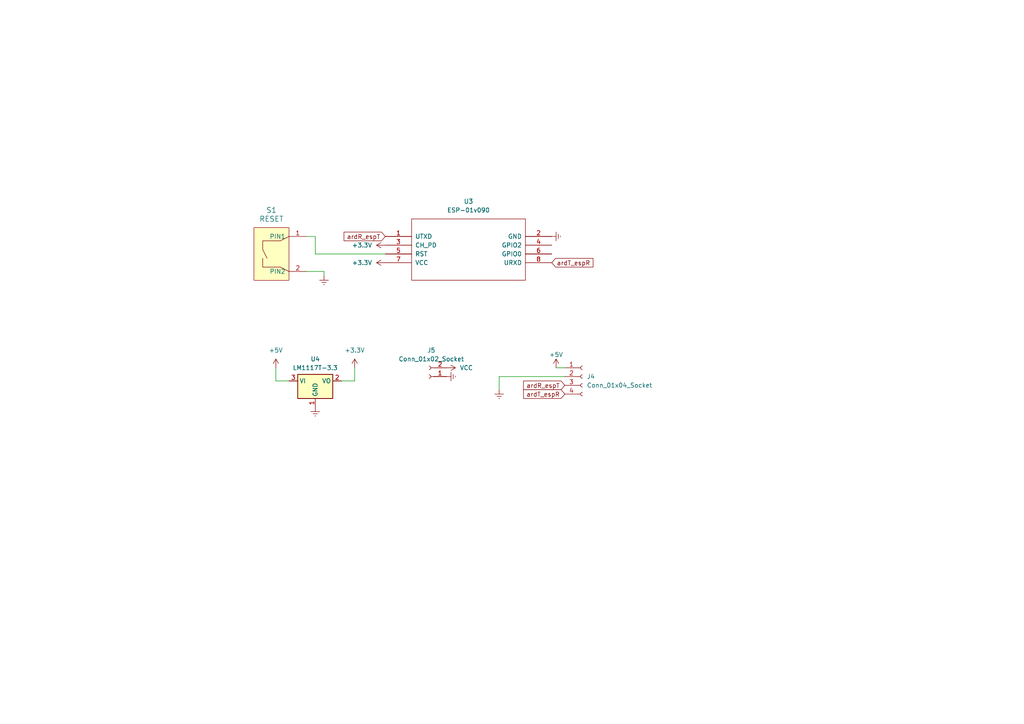
<source format=kicad_sch>
(kicad_sch (version 20230121) (generator eeschema)
  (paper "A4")
  (lib_symbols
    (symbol "Connector:Conn_01x02_Socket" (pin_names (offset 1.016) hide)
      (property "Reference" "J" (at 0 2.54 0))
      (property "Value" "Conn_01x02_Socket" (at 0 -5.08 0))
      (symbol "Conn_01x02_Socket_1_1"
        (arc (start 0 -2.032) (mid -0.5058 -2.54) (end 0 -3.048) (stroke (width 0.1524)))
        (polyline (pts (xy -1.27 -2.54) (xy -0.508 -2.54)) (stroke (width 0.1524)))
        (polyline (pts (xy -1.27 0) (xy -0.508 0)) (stroke (width 0.1524)))
        (arc (start 0 0.508) (mid -0.5058 0) (end 0 -0.508) (stroke (width 0.1524)))
        (pin passive line (at -5.08 0 0) (length 3.81) (name "Pin_1") (number "1"))
        (pin passive line (at -5.08 -2.54 0) (length 3.81) (name "Pin_2") (number "2"))
      )
    )
    (symbol "Connector:Conn_01x04_Socket" (pin_names (offset 1.016) hide)
      (property "Reference" "J" (at 0 5.08 0))
      (property "Value" "Conn_01x04_Socket" (at 0 -7.62 0))
      (symbol "Conn_01x04_Socket_1_1"
        (arc (start 0 -4.572) (mid -0.5058 -5.08) (end 0 -5.588) (stroke (width 0.1524)))
        (arc (start 0 -2.032) (mid -0.5058 -2.54) (end 0 -3.048) (stroke (width 0.1524)))
        (polyline (pts (xy -1.27 -5.08) (xy -0.508 -5.08)) (stroke (width 0.1524)))
        (polyline (pts (xy -1.27 -2.54) (xy -0.508 -2.54)) (stroke (width 0.1524)))
        (polyline (pts (xy -1.27 0) (xy -0.508 0)) (stroke (width 0.1524)))
        (polyline (pts (xy -1.27 2.54) (xy -0.508 2.54)) (stroke (width 0.1524)))
        (arc (start 0 0.508) (mid -0.5058 0) (end 0 -0.508) (stroke (width 0.1524)))
        (arc (start 0 3.048) (mid -0.5058 2.54) (end 0 2.032) (stroke (width 0.1524)))
        (pin passive line (at -5.08 2.54 0) (length 3.81) (name "Pin_1") (number "1"))
        (pin passive line (at -5.08 0 0) (length 3.81) (name "Pin_2") (number "2"))
        (pin passive line (at -5.08 -2.54 0) (length 3.81) (name "Pin_3") (number "3"))
        (pin passive line (at -5.08 -5.08 0) (length 3.81) (name "Pin_4") (number "4"))
      )
    )
    (symbol "ESP8266:ESP-01v090" (pin_names (offset 1.016))
      (property "Reference" "U" (at 0 -2.54 0))
      (property "Value" "ESP-01v090" (at 0 2.54 0))
      (symbol "ESP-01v090_1_0"
        (rectangle (start -16.51 -8.89) (end 16.51 8.89))
      )
      (symbol "ESP-01v090_1_1"
        (pin output line (at -24.13 3.81 0) (length 7.62) (name "UTXD") (number "1"))
        (pin power_in line (at 24.13 3.81 180) (length 7.62) (name "GND") (number "2"))
        (pin input line (at -24.13 1.27 0) (length 7.62) (name "CH_PD") (number "3"))
        (pin tri_state line (at 24.13 1.27 180) (length 7.62) (name "GPIO2") (number "4"))
        (pin input line (at -24.13 -1.27 0) (length 7.62) (name "RST") (number "5"))
        (pin tri_state line (at 24.13 -1.27 180) (length 7.62) (name "GPIO0") (number "6"))
        (pin power_in line (at -24.13 -3.81 0) (length 7.62) (name "VCC") (number "7"))
        (pin input line (at 24.13 -3.81 180) (length 7.62) (name "URXD") (number "8"))
      )
    )
    (symbol "Regulator_Linear:LM1117T-3.3"
      (property "Reference" "U" (at -3.81 3.175 0))
      (property "Value" "LM1117T-3.3" (at 0 3.175 0))
      (symbol "LM1117T-3.3_0_1"
        (rectangle (start -5.08 -5.08) (end 5.08 1.905) (stroke (width 0.254)) (fill (type background)))
      )
      (symbol "LM1117T-3.3_1_1"
        (pin power_in line (at 0 -7.62 90) (length 2.54) (name "GND") (number "1"))
        (pin power_out line (at 7.62 0 180) (length 2.54) (name "VO") (number "2"))
        (pin power_in line (at -7.62 0 0) (length 2.54) (name "VI") (number "3"))
      )
    )
    (symbol "megasaturnv_custom_components:PUSH_BUTTON" (pin_names (offset 1.016))
      (property "Reference" "S" (at 0 -6.35 0))
      (property "Value" "PUSH_BUTTON" (at 0 -3.81 0))
      (symbol "PUSH_BUTTON_0_1"
        (rectangle (start -7.62 7.62) (end 7.62 -2.54) (fill (type background)))
        (polyline (pts (xy -3.81 5.08) (xy -5.08 7.62)))
        (polyline (pts (xy -1.27 0) (xy 1.27 1.27)))
        (polyline (pts (xy 3.81 5.08) (xy 5.08 7.62)))
        (polyline (pts (xy -3.81 5.08) (xy -3.81 0) (xy -1.27 0)))
        (polyline (pts (xy 1.27 0) (xy 3.81 0) (xy 3.81 5.08)))
      )
      (symbol "PUSH_BUTTON_1_1"
        (pin bidirectional line (at -5.08 12.7 270) (length 5.08) (name "PIN1") (number "1"))
        (pin bidirectional line (at 5.08 12.7 270) (length 5.08) (name "PIN2") (number "2"))
      )
    )
    (symbol "power:+3.3V" (power) (pin_names (offset 0))
      (property "Value" "+3.3V" (at 0 3.556 0))
      (symbol "+3.3V_0_1"
        (polyline (pts (xy -0.762 1.27) (xy 0 2.54)))
        (polyline (pts (xy 0 0) (xy 0 2.54)))
        (polyline (pts (xy 0 2.54) (xy 0.762 1.27)))
      )
      (symbol "+3.3V_1_1"
        (pin power_in line (at 0 0 90) (length 0) hide (name "+3.3V") (number "1"))
      )
    )
    (symbol "power:+5V" (power) (pin_names (offset 0))
      (property "Value" "+5V" (at 0 3.556 0))
      (symbol "+5V_0_1"
        (polyline (pts (xy -0.762 1.27) (xy 0 2.54)))
        (polyline (pts (xy 0 0) (xy 0 2.54)))
        (polyline (pts (xy 0 2.54) (xy 0.762 1.27)))
      )
      (symbol "+5V_1_1"
        (pin power_in line (at 0 0 90) (length 0) hide (name "+5V") (number "1"))
      )
    )
    (symbol "power:Earth" (power) (pin_names (offset 0))
      (symbol "Earth_0_1"
        (polyline (pts (xy -0.635 -1.905) (xy 0.635 -1.905)))
        (polyline (pts (xy -0.127 -2.54) (xy 0.127 -2.54)))
        (polyline (pts (xy 0 -1.27) (xy 0 0)))
        (polyline (pts (xy 1.27 -1.27) (xy -1.27 -1.27)))
      )
      (symbol "Earth_1_1"
        (pin power_in line (at 0 0 270) (length 0) hide (name "Earth") (number "1"))
      )
    )
    (symbol "power:VCC" (power) (pin_names (offset 0))
      (property "Value" "VCC" (at 0 3.81 0))
      (symbol "VCC_0_1"
        (polyline (pts (xy -0.762 1.27) (xy 0 2.54)))
        (polyline (pts (xy 0 0) (xy 0 2.54)))
        (polyline (pts (xy 0 2.54) (xy 0.762 1.27)))
      )
      (symbol "VCC_1_1"
        (pin power_in line (at 0 0 90) (length 0) hide (name "VCC") (number "1"))
      )
    )
  )
  (wire (pts (xy 91.44 73.66) (xy 111.76 73.66)))
  (wire (pts (xy 91.44 68.58) (xy 91.44 73.66)))
  (wire (pts (xy 88.9 68.58) (xy 91.44 68.58)))
  (wire (pts (xy 161.29 106.68) (xy 163.83 106.68)))
  (wire (pts (xy 102.87 106.68) (xy 102.87 110.49)))
  (wire (pts (xy 144.78 113.03) (xy 144.78 109.22)))
  (wire (pts (xy 80.01 110.49) (xy 83.82 110.49)))
  (wire (pts (xy 80.01 106.68) (xy 80.01 110.49)))
  (wire (pts (xy 93.98 80.01) (xy 93.98 78.74)))
  (wire (pts (xy 144.78 109.22) (xy 163.83 109.22)))
  (wire (pts (xy 93.98 78.74) (xy 88.9 78.74)))
  (wire (pts (xy 102.87 110.49) (xy 99.06 110.49)))
  (global_label "ardT_espR" (shape input) (at 163.83 114.3 180) (property "Intersheetrefs" "${INTERSHEET_REFS}" (effects hide)))
  (global_label "ardR_espT" (shape input) (at 111.76 68.58 180) (property "Intersheetrefs" "${INTERSHEET_REFS}" (effects hide)))
  (global_label "ardR_espT" (shape input) (at 163.83 111.76 180) (property "Intersheetrefs" "${INTERSHEET_REFS}" (effects hide)))
  (global_label "ardT_espR" (shape input) (at 160.02 76.2 0) (property "Intersheetrefs" "${INTERSHEET_REFS}" (effects hide)))
  (symbol (lib_id "power:Earth") (at 144.78 113.03 0) (unit 1)
    (property "Reference" "#PWR024" (effects hide))
    (property "Value" "Earth" (effects hide))
  )
  (symbol (lib_id "power:+3.3V") (at 102.87 106.68 0) (unit 1)
    (property "Reference" "#PWR019" (effects hide))
    (property "Value" "+3.3V" (at 102.87 101.6 0))
  )
  (symbol (lib_id "power:VCC") (at 129.54 106.68 270) (unit 1)
    (property "Reference" "#PWR034" (effects hide))
    (property "Value" "VCC" (at 133.35 106.68 90) (effects (justify left)))
  )
  (symbol (lib_id "power:+5V") (at 80.01 106.68 0) (unit 1)
    (property "Reference" "#PWR018" (effects hide))
    (property "Value" "+5V" (at 80.01 101.6 0))
  )
  (symbol (lib_id "Connector:Conn_01x02_Socket") (at 124.46 109.22 180) (unit 1)
    (property "Reference" "J5" (at 125.095 101.6 0))
    (property "Value" "Conn_01x02_Socket" (at 125.095 104.14 0))
  )
  (symbol (lib_id "Regulator_Linear:LM1117T-3.3") (at 91.44 110.49 0) (unit 1)
    (property "Reference" "U4" (at 91.44 104.14 0))
    (property "Value" "LM1117T-3.3" (at 91.44 106.68 0))
    (property "Footprint" "Package_TO_SOT_THT:TO-220-3_Horizontal_TabDown" (effects hide))
    (property "Datasheet" "http://www.ti.com/lit/ds/symlink/lm1117.pdf" (effects hide))
  )
  (symbol (lib_id "Connector:Conn_01x04_Socket") (at 168.91 109.22 0) (unit 1)
    (property "Reference" "J4" (at 170.18 109.22 0) (effects (justify left)))
    (property "Value" "Conn_01x04_Socket" (at 170.18 111.76 0) (effects (justify left)))
    (property "Footprint" "Connector_JST:JST_PH_B4B-PH-K_1x04_P2.00mm_Vertical" (effects hide))
  )
  (symbol (lib_id "megasaturnv_custom_components:PUSH_BUTTON") (at 76.2 73.66 270) (unit 1)
    (property "Reference" "S1" (at 78.74 60.96 90) (effects (font (size 1.524 1.524))))
    (property "Value" "RESET" (at 78.74 63.5 90) (effects (font (size 1.524 1.524))))
    (property "Footprint" "Buttons_Switches_THT.pretty-master:SW_PUSH_6mm_h5mm" (effects hide))
  )
  (symbol (lib_id "power:+5V") (at 161.29 106.68 0) (unit 1)
    (property "Reference" "#PWR025" (effects hide))
    (property "Value" "+5V" (at 161.29 102.87 0))
  )
  (symbol (lib_id "power:+3.3V") (at 111.76 71.12 90) (unit 1)
    (property "Reference" "#PWR021" (effects hide))
    (property "Value" "+3.3V" (at 107.95 71.12 90) (effects (justify left)))
  )
  (symbol (lib_id "ESP8266:ESP-01v090") (at 135.89 72.39 0) (unit 1)
    (property "Reference" "U3" (at 135.89 58.42 0))
    (property "Value" "ESP-01v090" (at 135.89 60.96 0))
    (property "Footprint" "ESP8266:ESP-01" (effects hide))
    (property "Datasheet" "http://l0l.org.uk/2014/12/esp8266-modules-hardware-guide-gotta-catch-em-all/" (effects hide))
  )
  (symbol (lib_id "power:+3.3V") (at 111.76 76.2 90) (unit 1)
    (property "Reference" "#PWR020" (effects hide))
    (property "Value" "+3.3V" (at 107.95 76.2 90) (effects (justify left)))
  )
  (symbol (lib_id "power:Earth") (at 93.98 80.01 0) (unit 1)
    (property "Reference" "#PWR026" (effects hide))
    (property "Value" "Earth" (effects hide))
  )
  (symbol (lib_id "power:Earth") (at 91.44 118.11 0) (unit 1)
    (property "Reference" "#PWR012" (effects hide))
    (property "Value" "Earth" (effects hide))
  )
  (symbol (lib_id "power:Earth") (at 160.02 68.58 90) (unit 1)
    (property "Reference" "#PWR013" (effects hide))
    (property "Value" "Earth" (effects hide))
  )
  (symbol (lib_id "power:Earth") (at 129.54 109.22 90) (unit 1)
    (property "Reference" "#PWR035" (effects hide))
    (property "Value" "Earth" (effects hide))
  )
)
</source>
